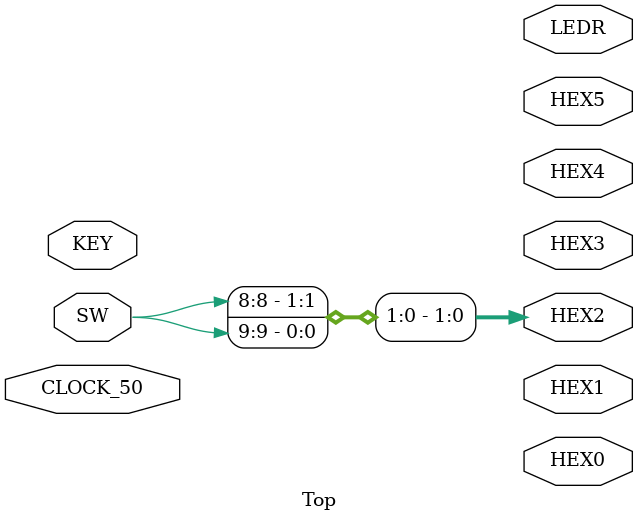
<source format=sv>

`default_nettype none

module Top (CLOCK_50, KEY, SW, HEX0, HEX1, HEX2, HEX3, HEX4, HEX5, LEDR);
    input  logic         CLOCK_50;   // DE-series 50 MHz clock signal
    input  logic [ 3: 0] KEY;        // DE-series pushbuttons
    input  logic [ 9: 0] SW;         // DE-series switches
    output logic [ 6: 0] HEX0;       // DE-series HEX displays
    output logic [ 6: 0] HEX1;
    output logic [ 6: 0] HEX2;
    output logic [ 6: 0] HEX3;
    output logic [ 6: 0] HEX4;
    output logic [ 6: 0] HEX5;
    output logic [ 9: 0] LEDR;

    assign HEX2[0] = SW[9];
    assign HEX2[1] = SW[8];

endmodule


</source>
